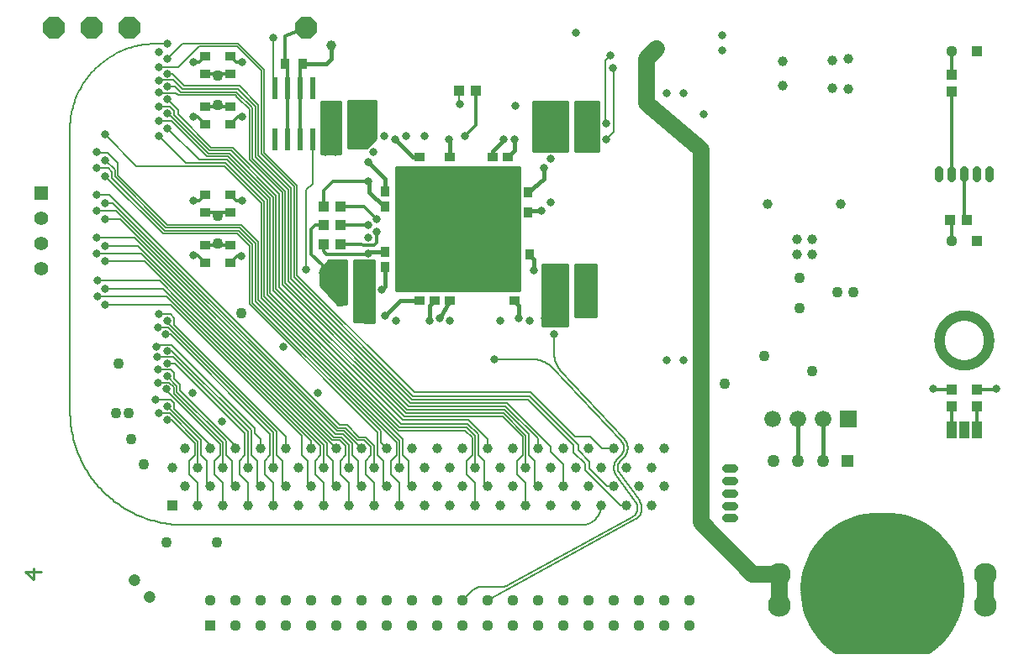
<source format=gbl>
G75*
%MOIN*%
%OFA0B0*%
%FSLAX25Y25*%
%IPPOS*%
%LPD*%
%AMOC8*
5,1,8,0,0,1.08239X$1,22.5*
%
%ADD10C,0.00900*%
%ADD11C,0.04000*%
%ADD12C,0.09055*%
%ADD13R,0.39370X0.39370*%
%ADD14C,0.00500*%
%ADD15R,0.03937X0.03543*%
%ADD16R,0.03543X0.03937*%
%ADD17R,0.05118X0.05906*%
%ADD18C,0.02775*%
%ADD19C,0.16598*%
%ADD20R,0.02362X0.08661*%
%ADD21R,0.04331X0.03937*%
%ADD22R,0.04409X0.04409*%
%ADD23C,0.04409*%
%ADD24OC8,0.08500*%
%ADD25C,0.03956*%
%ADD26R,0.03956X0.03956*%
%ADD27R,0.05512X0.05512*%
%ADD28C,0.05512*%
%ADD29C,0.04000*%
%ADD30R,0.04000X0.07000*%
%ADD31R,0.03937X0.04331*%
%ADD32C,0.03169*%
%ADD33R,0.04961X0.04961*%
%ADD34C,0.04961*%
%ADD35R,0.06600X0.06600*%
%ADD36C,0.06600*%
%ADD37C,0.01000*%
%ADD38C,0.04356*%
%ADD39C,0.03175*%
%ADD40C,0.01200*%
%ADD41C,0.03962*%
%ADD42C,0.01600*%
%ADD43C,0.04750*%
%ADD44C,0.00591*%
%ADD45C,0.06600*%
D10*
X0011482Y0117852D02*
X0011482Y0121922D01*
X0014534Y0120904D02*
X0008429Y0120904D01*
X0011482Y0117852D01*
D11*
X0370799Y0212575D02*
X0370802Y0212817D01*
X0370811Y0213058D01*
X0370826Y0213299D01*
X0370846Y0213540D01*
X0370873Y0213780D01*
X0370906Y0214019D01*
X0370944Y0214258D01*
X0370988Y0214495D01*
X0371038Y0214732D01*
X0371094Y0214967D01*
X0371156Y0215200D01*
X0371223Y0215432D01*
X0371296Y0215663D01*
X0371374Y0215891D01*
X0371459Y0216117D01*
X0371548Y0216342D01*
X0371643Y0216564D01*
X0371744Y0216783D01*
X0371850Y0217001D01*
X0371961Y0217215D01*
X0372078Y0217427D01*
X0372199Y0217635D01*
X0372326Y0217841D01*
X0372458Y0218043D01*
X0372595Y0218243D01*
X0372736Y0218438D01*
X0372882Y0218631D01*
X0373033Y0218819D01*
X0373189Y0219004D01*
X0373349Y0219185D01*
X0373513Y0219362D01*
X0373682Y0219535D01*
X0373855Y0219704D01*
X0374032Y0219868D01*
X0374213Y0220028D01*
X0374398Y0220184D01*
X0374586Y0220335D01*
X0374779Y0220481D01*
X0374974Y0220622D01*
X0375174Y0220759D01*
X0375376Y0220891D01*
X0375582Y0221018D01*
X0375790Y0221139D01*
X0376002Y0221256D01*
X0376216Y0221367D01*
X0376434Y0221473D01*
X0376653Y0221574D01*
X0376875Y0221669D01*
X0377100Y0221758D01*
X0377326Y0221843D01*
X0377554Y0221921D01*
X0377785Y0221994D01*
X0378017Y0222061D01*
X0378250Y0222123D01*
X0378485Y0222179D01*
X0378722Y0222229D01*
X0378959Y0222273D01*
X0379198Y0222311D01*
X0379437Y0222344D01*
X0379677Y0222371D01*
X0379918Y0222391D01*
X0380159Y0222406D01*
X0380400Y0222415D01*
X0380642Y0222418D01*
X0380884Y0222415D01*
X0381125Y0222406D01*
X0381366Y0222391D01*
X0381607Y0222371D01*
X0381847Y0222344D01*
X0382086Y0222311D01*
X0382325Y0222273D01*
X0382562Y0222229D01*
X0382799Y0222179D01*
X0383034Y0222123D01*
X0383267Y0222061D01*
X0383499Y0221994D01*
X0383730Y0221921D01*
X0383958Y0221843D01*
X0384184Y0221758D01*
X0384409Y0221669D01*
X0384631Y0221574D01*
X0384850Y0221473D01*
X0385068Y0221367D01*
X0385282Y0221256D01*
X0385494Y0221139D01*
X0385702Y0221018D01*
X0385908Y0220891D01*
X0386110Y0220759D01*
X0386310Y0220622D01*
X0386505Y0220481D01*
X0386698Y0220335D01*
X0386886Y0220184D01*
X0387071Y0220028D01*
X0387252Y0219868D01*
X0387429Y0219704D01*
X0387602Y0219535D01*
X0387771Y0219362D01*
X0387935Y0219185D01*
X0388095Y0219004D01*
X0388251Y0218819D01*
X0388402Y0218631D01*
X0388548Y0218438D01*
X0388689Y0218243D01*
X0388826Y0218043D01*
X0388958Y0217841D01*
X0389085Y0217635D01*
X0389206Y0217427D01*
X0389323Y0217215D01*
X0389434Y0217001D01*
X0389540Y0216783D01*
X0389641Y0216564D01*
X0389736Y0216342D01*
X0389825Y0216117D01*
X0389910Y0215891D01*
X0389988Y0215663D01*
X0390061Y0215432D01*
X0390128Y0215200D01*
X0390190Y0214967D01*
X0390246Y0214732D01*
X0390296Y0214495D01*
X0390340Y0214258D01*
X0390378Y0214019D01*
X0390411Y0213780D01*
X0390438Y0213540D01*
X0390458Y0213299D01*
X0390473Y0213058D01*
X0390482Y0212817D01*
X0390485Y0212575D01*
X0390482Y0212333D01*
X0390473Y0212092D01*
X0390458Y0211851D01*
X0390438Y0211610D01*
X0390411Y0211370D01*
X0390378Y0211131D01*
X0390340Y0210892D01*
X0390296Y0210655D01*
X0390246Y0210418D01*
X0390190Y0210183D01*
X0390128Y0209950D01*
X0390061Y0209718D01*
X0389988Y0209487D01*
X0389910Y0209259D01*
X0389825Y0209033D01*
X0389736Y0208808D01*
X0389641Y0208586D01*
X0389540Y0208367D01*
X0389434Y0208149D01*
X0389323Y0207935D01*
X0389206Y0207723D01*
X0389085Y0207515D01*
X0388958Y0207309D01*
X0388826Y0207107D01*
X0388689Y0206907D01*
X0388548Y0206712D01*
X0388402Y0206519D01*
X0388251Y0206331D01*
X0388095Y0206146D01*
X0387935Y0205965D01*
X0387771Y0205788D01*
X0387602Y0205615D01*
X0387429Y0205446D01*
X0387252Y0205282D01*
X0387071Y0205122D01*
X0386886Y0204966D01*
X0386698Y0204815D01*
X0386505Y0204669D01*
X0386310Y0204528D01*
X0386110Y0204391D01*
X0385908Y0204259D01*
X0385702Y0204132D01*
X0385494Y0204011D01*
X0385282Y0203894D01*
X0385068Y0203783D01*
X0384850Y0203677D01*
X0384631Y0203576D01*
X0384409Y0203481D01*
X0384184Y0203392D01*
X0383958Y0203307D01*
X0383730Y0203229D01*
X0383499Y0203156D01*
X0383267Y0203089D01*
X0383034Y0203027D01*
X0382799Y0202971D01*
X0382562Y0202921D01*
X0382325Y0202877D01*
X0382086Y0202839D01*
X0381847Y0202806D01*
X0381607Y0202779D01*
X0381366Y0202759D01*
X0381125Y0202744D01*
X0380884Y0202735D01*
X0380642Y0202732D01*
X0380400Y0202735D01*
X0380159Y0202744D01*
X0379918Y0202759D01*
X0379677Y0202779D01*
X0379437Y0202806D01*
X0379198Y0202839D01*
X0378959Y0202877D01*
X0378722Y0202921D01*
X0378485Y0202971D01*
X0378250Y0203027D01*
X0378017Y0203089D01*
X0377785Y0203156D01*
X0377554Y0203229D01*
X0377326Y0203307D01*
X0377100Y0203392D01*
X0376875Y0203481D01*
X0376653Y0203576D01*
X0376434Y0203677D01*
X0376216Y0203783D01*
X0376002Y0203894D01*
X0375790Y0204011D01*
X0375582Y0204132D01*
X0375376Y0204259D01*
X0375174Y0204391D01*
X0374974Y0204528D01*
X0374779Y0204669D01*
X0374586Y0204815D01*
X0374398Y0204966D01*
X0374213Y0205122D01*
X0374032Y0205282D01*
X0373855Y0205446D01*
X0373682Y0205615D01*
X0373513Y0205788D01*
X0373349Y0205965D01*
X0373189Y0206146D01*
X0373033Y0206331D01*
X0372882Y0206519D01*
X0372736Y0206712D01*
X0372595Y0206907D01*
X0372458Y0207107D01*
X0372326Y0207309D01*
X0372199Y0207515D01*
X0372078Y0207723D01*
X0371961Y0207935D01*
X0371850Y0208149D01*
X0371744Y0208367D01*
X0371643Y0208586D01*
X0371548Y0208808D01*
X0371459Y0209033D01*
X0371374Y0209259D01*
X0371296Y0209487D01*
X0371223Y0209718D01*
X0371156Y0209950D01*
X0371094Y0210183D01*
X0371038Y0210418D01*
X0370988Y0210655D01*
X0370944Y0210892D01*
X0370906Y0211131D01*
X0370873Y0211370D01*
X0370846Y0211610D01*
X0370826Y0211851D01*
X0370811Y0212092D01*
X0370802Y0212333D01*
X0370799Y0212575D01*
D12*
X0389102Y0119732D03*
X0389102Y0107528D03*
X0307213Y0107528D03*
X0307213Y0119732D03*
D13*
X0348157Y0113827D03*
D14*
X0325995Y0136026D02*
X0323579Y0133570D01*
X0321458Y0130855D01*
X0319659Y0127917D01*
X0318205Y0124793D01*
X0317116Y0121525D01*
X0316405Y0118154D01*
X0316081Y0114724D01*
X0316149Y0111280D01*
X0316608Y0107865D01*
X0317451Y0104525D01*
X0318669Y0101302D01*
X0320245Y0098238D01*
X0322158Y0095374D01*
X0324384Y0092745D01*
X0326895Y0090385D01*
X0329657Y0088327D01*
X0366657Y0088327D01*
X0369420Y0090385D01*
X0371930Y0092745D01*
X0374157Y0095374D01*
X0376070Y0098238D01*
X0377646Y0101302D01*
X0378864Y0104525D01*
X0379707Y0107865D01*
X0380166Y0111280D01*
X0380234Y0114724D01*
X0379910Y0118154D01*
X0379199Y0121525D01*
X0378110Y0124793D01*
X0376656Y0127917D01*
X0374857Y0130855D01*
X0372736Y0133570D01*
X0370320Y0136026D01*
X0367641Y0138192D01*
X0364734Y0140040D01*
X0361635Y0141545D01*
X0358385Y0142689D01*
X0355027Y0143456D01*
X0351603Y0143837D01*
X0348157Y0143827D01*
X0344712Y0143837D01*
X0341288Y0143456D01*
X0337930Y0142689D01*
X0334680Y0141545D01*
X0331581Y0140040D01*
X0328674Y0138192D01*
X0325995Y0136026D01*
X0328674Y0138192D01*
X0331581Y0140040D01*
X0334680Y0141545D01*
X0337930Y0142689D01*
X0341288Y0143456D01*
X0344712Y0143837D01*
X0348157Y0143827D01*
X0351603Y0143837D01*
X0355027Y0143456D01*
X0358385Y0142689D01*
X0361635Y0141545D01*
X0364734Y0140040D01*
X0367641Y0138192D01*
X0370320Y0136026D01*
X0372736Y0133570D01*
X0374857Y0130855D01*
X0376656Y0127917D01*
X0378110Y0124793D01*
X0379199Y0121525D01*
X0379910Y0118154D01*
X0380234Y0114724D01*
X0380166Y0111280D01*
X0379707Y0107865D01*
X0378864Y0104525D01*
X0377646Y0101302D01*
X0376070Y0098238D01*
X0374157Y0095374D01*
X0371930Y0092745D01*
X0369420Y0090385D01*
X0366657Y0088327D01*
X0329657Y0088327D01*
X0326895Y0090385D01*
X0324384Y0092745D01*
X0322158Y0095374D01*
X0320245Y0098238D01*
X0318669Y0101302D01*
X0317451Y0104525D01*
X0316608Y0107865D01*
X0316149Y0111280D01*
X0316081Y0114724D01*
X0316405Y0118154D01*
X0317116Y0121525D01*
X0318205Y0124793D01*
X0319659Y0127917D01*
X0321458Y0130855D01*
X0323579Y0133570D01*
X0325995Y0136026D01*
X0326185Y0136179D02*
X0370130Y0136179D01*
X0326185Y0136179D01*
X0325655Y0135681D02*
X0370660Y0135681D01*
X0325655Y0135681D01*
X0325165Y0135182D02*
X0371150Y0135182D01*
X0325165Y0135182D01*
X0324675Y0134684D02*
X0371640Y0134684D01*
X0324675Y0134684D01*
X0324185Y0134185D02*
X0372130Y0134185D01*
X0324185Y0134185D01*
X0323694Y0133687D02*
X0372621Y0133687D01*
X0323694Y0133687D01*
X0323281Y0133188D02*
X0373034Y0133188D01*
X0323281Y0133188D01*
X0322892Y0132690D02*
X0373423Y0132690D01*
X0322892Y0132690D01*
X0322502Y0132191D02*
X0373813Y0132191D01*
X0322502Y0132191D01*
X0322113Y0131693D02*
X0374202Y0131693D01*
X0322113Y0131693D01*
X0321723Y0131194D02*
X0374592Y0131194D01*
X0321723Y0131194D01*
X0321361Y0130696D02*
X0374954Y0130696D01*
X0321361Y0130696D01*
X0321055Y0130197D02*
X0375260Y0130197D01*
X0321055Y0130197D01*
X0320750Y0129699D02*
X0375565Y0129699D01*
X0320750Y0129699D01*
X0320445Y0129200D02*
X0375870Y0129200D01*
X0320445Y0129200D01*
X0320140Y0128702D02*
X0376175Y0128702D01*
X0320140Y0128702D01*
X0319834Y0128203D02*
X0376480Y0128203D01*
X0319834Y0128203D01*
X0319560Y0127705D02*
X0376755Y0127705D01*
X0319560Y0127705D01*
X0319328Y0127206D02*
X0376987Y0127206D01*
X0319328Y0127206D01*
X0319096Y0126708D02*
X0377219Y0126708D01*
X0319096Y0126708D01*
X0318864Y0126209D02*
X0377451Y0126209D01*
X0318864Y0126209D01*
X0318632Y0125711D02*
X0377683Y0125711D01*
X0318632Y0125711D01*
X0318400Y0125212D02*
X0377915Y0125212D01*
X0318400Y0125212D01*
X0318179Y0124714D02*
X0378136Y0124714D01*
X0318179Y0124714D01*
X0318013Y0124215D02*
X0378302Y0124215D01*
X0318013Y0124215D01*
X0317847Y0123717D02*
X0378468Y0123717D01*
X0317847Y0123717D01*
X0317680Y0123218D02*
X0378635Y0123218D01*
X0317680Y0123218D01*
X0317514Y0122720D02*
X0378801Y0122720D01*
X0317514Y0122720D01*
X0317348Y0122221D02*
X0378967Y0122221D01*
X0317348Y0122221D01*
X0317182Y0121723D02*
X0379133Y0121723D01*
X0317182Y0121723D01*
X0317052Y0121224D02*
X0379262Y0121224D01*
X0317052Y0121224D01*
X0316947Y0120726D02*
X0379368Y0120726D01*
X0316947Y0120726D01*
X0316842Y0120227D02*
X0379473Y0120227D01*
X0316842Y0120227D01*
X0316737Y0119729D02*
X0379578Y0119729D01*
X0316737Y0119729D01*
X0316632Y0119230D02*
X0379683Y0119230D01*
X0316632Y0119230D01*
X0316527Y0118731D02*
X0379788Y0118731D01*
X0316527Y0118731D01*
X0316421Y0118233D02*
X0379894Y0118233D01*
X0316421Y0118233D01*
X0316365Y0117734D02*
X0379950Y0117734D01*
X0316365Y0117734D01*
X0316318Y0117236D02*
X0379997Y0117236D01*
X0316318Y0117236D01*
X0316271Y0116737D02*
X0380044Y0116737D01*
X0316271Y0116737D01*
X0316224Y0116239D02*
X0380091Y0116239D01*
X0316224Y0116239D01*
X0316177Y0115740D02*
X0380138Y0115740D01*
X0316177Y0115740D01*
X0316130Y0115242D02*
X0380185Y0115242D01*
X0316130Y0115242D01*
X0316083Y0114743D02*
X0380232Y0114743D01*
X0316083Y0114743D01*
X0316091Y0114245D02*
X0380224Y0114245D01*
X0316091Y0114245D01*
X0316100Y0113746D02*
X0380215Y0113746D01*
X0316100Y0113746D01*
X0316110Y0113248D02*
X0380205Y0113248D01*
X0316110Y0113248D01*
X0316120Y0112749D02*
X0380195Y0112749D01*
X0316120Y0112749D01*
X0316130Y0112251D02*
X0380185Y0112251D01*
X0316130Y0112251D01*
X0316140Y0111752D02*
X0380175Y0111752D01*
X0316140Y0111752D01*
X0316152Y0111254D02*
X0380162Y0111254D01*
X0316152Y0111254D01*
X0316219Y0110755D02*
X0380095Y0110755D01*
X0316219Y0110755D01*
X0316286Y0110257D02*
X0380029Y0110257D01*
X0316286Y0110257D01*
X0316353Y0109758D02*
X0379962Y0109758D01*
X0316353Y0109758D01*
X0316420Y0109260D02*
X0379895Y0109260D01*
X0316420Y0109260D01*
X0316487Y0108761D02*
X0379828Y0108761D01*
X0316487Y0108761D01*
X0316554Y0108263D02*
X0379761Y0108263D01*
X0316554Y0108263D01*
X0316633Y0107764D02*
X0379682Y0107764D01*
X0316633Y0107764D01*
X0316759Y0107266D02*
X0379556Y0107266D01*
X0316759Y0107266D01*
X0316885Y0106767D02*
X0379430Y0106767D01*
X0316885Y0106767D01*
X0317011Y0106269D02*
X0379304Y0106269D01*
X0317011Y0106269D01*
X0317137Y0105770D02*
X0379178Y0105770D01*
X0317137Y0105770D01*
X0317263Y0105272D02*
X0379052Y0105272D01*
X0317263Y0105272D01*
X0317389Y0104773D02*
X0378926Y0104773D01*
X0317389Y0104773D01*
X0317546Y0104275D02*
X0378769Y0104275D01*
X0317546Y0104275D01*
X0317734Y0103776D02*
X0378581Y0103776D01*
X0317734Y0103776D01*
X0317923Y0103278D02*
X0378392Y0103278D01*
X0317923Y0103278D01*
X0318111Y0102779D02*
X0378204Y0102779D01*
X0318111Y0102779D01*
X0318299Y0102281D02*
X0378016Y0102281D01*
X0318299Y0102281D01*
X0318488Y0101782D02*
X0377827Y0101782D01*
X0318488Y0101782D01*
X0318678Y0101284D02*
X0377637Y0101284D01*
X0318678Y0101284D01*
X0318935Y0100785D02*
X0377380Y0100785D01*
X0318935Y0100785D01*
X0319191Y0100287D02*
X0377124Y0100287D01*
X0319191Y0100287D01*
X0319448Y0099788D02*
X0376867Y0099788D01*
X0319448Y0099788D01*
X0319704Y0099290D02*
X0376611Y0099290D01*
X0319704Y0099290D01*
X0319960Y0098791D02*
X0376355Y0098791D01*
X0319960Y0098791D01*
X0320217Y0098293D02*
X0376098Y0098293D01*
X0320217Y0098293D01*
X0320541Y0097794D02*
X0375774Y0097794D01*
X0320541Y0097794D01*
X0320874Y0097296D02*
X0375441Y0097296D01*
X0320874Y0097296D01*
X0321207Y0096797D02*
X0375108Y0096797D01*
X0321207Y0096797D01*
X0321540Y0096298D02*
X0374775Y0096298D01*
X0321540Y0096298D01*
X0321873Y0095800D02*
X0374442Y0095800D01*
X0321873Y0095800D01*
X0322219Y0095301D02*
X0374096Y0095301D01*
X0322219Y0095301D01*
X0322641Y0094803D02*
X0373674Y0094803D01*
X0322641Y0094803D01*
X0323063Y0094304D02*
X0373252Y0094304D01*
X0323063Y0094304D01*
X0323486Y0093806D02*
X0372829Y0093806D01*
X0323486Y0093806D01*
X0323908Y0093307D02*
X0372407Y0093307D01*
X0323908Y0093307D01*
X0324330Y0092809D02*
X0371985Y0092809D01*
X0324330Y0092809D01*
X0324847Y0092310D02*
X0371468Y0092310D01*
X0324847Y0092310D01*
X0325377Y0091812D02*
X0370938Y0091812D01*
X0325377Y0091812D01*
X0325908Y0091313D02*
X0370407Y0091313D01*
X0325908Y0091313D01*
X0326438Y0090815D02*
X0369877Y0090815D01*
X0326438Y0090815D01*
X0326988Y0090316D02*
X0369327Y0090316D01*
X0326988Y0090316D01*
X0327657Y0089818D02*
X0368658Y0089818D01*
X0327657Y0089818D01*
X0328326Y0089319D02*
X0367989Y0089319D01*
X0328326Y0089319D01*
X0328995Y0088821D02*
X0367320Y0088821D01*
X0328995Y0088821D01*
X0326801Y0136678D02*
X0369514Y0136678D01*
X0326801Y0136678D01*
X0327418Y0137176D02*
X0368897Y0137176D01*
X0327418Y0137176D01*
X0328034Y0137675D02*
X0368281Y0137675D01*
X0328034Y0137675D01*
X0328651Y0138173D02*
X0367664Y0138173D01*
X0328651Y0138173D01*
X0329429Y0138672D02*
X0366886Y0138672D01*
X0329429Y0138672D01*
X0330214Y0139170D02*
X0366101Y0139170D01*
X0330214Y0139170D01*
X0330998Y0139669D02*
X0365317Y0139669D01*
X0330998Y0139669D01*
X0331844Y0140167D02*
X0364470Y0140167D01*
X0331844Y0140167D01*
X0332871Y0140666D02*
X0363444Y0140666D01*
X0332871Y0140666D01*
X0333897Y0141165D02*
X0362418Y0141165D01*
X0333897Y0141165D01*
X0335015Y0141663D02*
X0361300Y0141663D01*
X0335015Y0141663D01*
X0336431Y0142162D02*
X0359884Y0142162D01*
X0336431Y0142162D01*
X0337847Y0142660D02*
X0358467Y0142660D01*
X0337847Y0142660D01*
X0339985Y0143159D02*
X0356330Y0143159D01*
X0339985Y0143159D01*
X0343093Y0143657D02*
X0353222Y0143657D01*
X0343093Y0143657D01*
D15*
X0202157Y0228283D03*
X0202157Y0235370D03*
X0176657Y0235370D03*
X0170657Y0235370D03*
X0164657Y0235370D03*
X0164657Y0228283D03*
X0170657Y0228283D03*
X0176657Y0228283D03*
X0176657Y0278283D03*
X0176657Y0285370D03*
X0164657Y0285370D03*
X0164657Y0278283D03*
X0193657Y0278283D03*
X0199657Y0278283D03*
X0199657Y0285370D03*
X0193657Y0285370D03*
X0089657Y0298283D03*
X0089657Y0305370D03*
X0079657Y0305370D03*
X0079657Y0298283D03*
X0079657Y0318283D03*
X0079657Y0325370D03*
X0089657Y0325370D03*
X0089657Y0318283D03*
X0089657Y0270370D03*
X0089657Y0263283D03*
X0079657Y0263283D03*
X0079657Y0270370D03*
X0079657Y0250370D03*
X0079657Y0243283D03*
X0089657Y0243283D03*
X0089657Y0250370D03*
D16*
X0133614Y0230827D03*
X0140701Y0230827D03*
X0151114Y0241827D03*
X0151114Y0247827D03*
X0158201Y0247827D03*
X0158201Y0241827D03*
X0158201Y0265827D03*
X0151114Y0265827D03*
X0151114Y0271827D03*
X0158201Y0271827D03*
X0138201Y0291827D03*
X0131114Y0291827D03*
X0118451Y0322327D03*
X0111364Y0322327D03*
X0200614Y0271327D03*
X0207701Y0271327D03*
X0207701Y0263327D03*
X0200614Y0263327D03*
X0201114Y0246827D03*
X0208201Y0246827D03*
X0221114Y0238327D03*
X0228201Y0238327D03*
X0228201Y0291827D03*
X0221114Y0291827D03*
D17*
X0220917Y0301827D03*
X0228398Y0301827D03*
X0228398Y0229327D03*
X0220917Y0229327D03*
X0140898Y0238827D03*
X0133417Y0238827D03*
X0130917Y0301827D03*
X0138398Y0301827D03*
D18*
X0169618Y0267102D03*
X0189618Y0267102D03*
X0189618Y0247102D03*
X0169618Y0247102D03*
D19*
X0179618Y0257102D03*
D20*
X0122407Y0292341D03*
X0117407Y0292341D03*
X0112407Y0292341D03*
X0107407Y0292341D03*
X0107407Y0312813D03*
X0112407Y0312813D03*
X0117407Y0312813D03*
X0122407Y0312813D03*
D21*
X0126561Y0265827D03*
X0133254Y0265827D03*
X0133254Y0258327D03*
X0126561Y0258327D03*
X0126561Y0250827D03*
X0133254Y0250827D03*
X0180311Y0311827D03*
X0187004Y0311827D03*
X0374811Y0260327D03*
X0381504Y0260327D03*
D22*
X0081508Y0099307D03*
X0385642Y0252181D03*
X0385642Y0327260D03*
D23*
X0375642Y0327260D03*
X0375642Y0252181D03*
X0271508Y0109307D03*
X0271508Y0099307D03*
X0261508Y0099307D03*
X0261508Y0109307D03*
X0251508Y0109307D03*
X0251508Y0099307D03*
X0241508Y0099307D03*
X0241508Y0109307D03*
X0231508Y0109307D03*
X0231508Y0099307D03*
X0221508Y0099307D03*
X0221508Y0109307D03*
X0211508Y0109307D03*
X0211508Y0099307D03*
X0201508Y0099307D03*
X0201508Y0109307D03*
X0191508Y0109307D03*
X0191508Y0099307D03*
X0181508Y0099307D03*
X0181508Y0109307D03*
X0171508Y0109307D03*
X0171508Y0099307D03*
X0161508Y0099307D03*
X0161508Y0109307D03*
X0151508Y0109307D03*
X0151508Y0099307D03*
X0141508Y0099307D03*
X0141508Y0109307D03*
X0131508Y0109307D03*
X0131508Y0099307D03*
X0121508Y0099307D03*
X0121508Y0109307D03*
X0111508Y0109307D03*
X0111508Y0099307D03*
X0101508Y0099307D03*
X0101508Y0109307D03*
X0091508Y0109307D03*
X0091508Y0099307D03*
X0081508Y0109307D03*
D24*
X0049657Y0336827D03*
X0034657Y0336827D03*
X0019657Y0336827D03*
X0119657Y0336827D03*
D25*
X0121606Y0169622D03*
X0116606Y0162122D03*
X0111606Y0154622D03*
X0106606Y0147122D03*
X0101606Y0154622D03*
X0096606Y0147122D03*
X0091606Y0154622D03*
X0086606Y0147122D03*
X0081606Y0154622D03*
X0076606Y0147122D03*
X0071606Y0154622D03*
X0066606Y0162122D03*
X0071606Y0169622D03*
X0076606Y0162122D03*
X0081606Y0169622D03*
X0086606Y0162122D03*
X0091606Y0169622D03*
X0096606Y0162122D03*
X0101606Y0169622D03*
X0106606Y0162122D03*
X0111606Y0169622D03*
X0126606Y0162122D03*
X0121606Y0154622D03*
X0116606Y0147122D03*
X0126606Y0147122D03*
X0131606Y0154622D03*
X0136606Y0147122D03*
X0141606Y0154622D03*
X0136606Y0162122D03*
X0131606Y0169622D03*
X0141606Y0169622D03*
X0146606Y0162122D03*
X0151606Y0154622D03*
X0146606Y0147122D03*
X0156606Y0147122D03*
X0161606Y0154622D03*
X0156606Y0162122D03*
X0151606Y0169622D03*
X0161606Y0169622D03*
X0166606Y0162122D03*
X0171606Y0154622D03*
X0166606Y0147122D03*
X0176606Y0147122D03*
X0181606Y0154622D03*
X0176606Y0162122D03*
X0171606Y0169622D03*
X0181606Y0169622D03*
X0186606Y0162122D03*
X0191606Y0154622D03*
X0186606Y0147122D03*
X0196606Y0147122D03*
X0201606Y0154622D03*
X0196606Y0162122D03*
X0191606Y0169622D03*
X0201606Y0169622D03*
X0206606Y0162122D03*
X0211606Y0154622D03*
X0206606Y0147122D03*
X0216606Y0147122D03*
X0221606Y0154622D03*
X0216606Y0162122D03*
X0211606Y0169622D03*
X0221606Y0169622D03*
X0226606Y0162122D03*
X0231606Y0154622D03*
X0226606Y0147122D03*
X0236606Y0147122D03*
X0241606Y0154622D03*
X0236606Y0162122D03*
X0231606Y0169622D03*
X0241606Y0169622D03*
X0246606Y0162122D03*
X0251606Y0154622D03*
X0246606Y0147122D03*
X0256606Y0147122D03*
X0261606Y0154622D03*
X0256606Y0162122D03*
X0251606Y0169622D03*
X0261606Y0169622D03*
D26*
X0066606Y0147122D03*
D27*
X0014500Y0271118D03*
D28*
X0014500Y0261118D03*
X0014500Y0251118D03*
X0014500Y0241118D03*
D29*
X0375642Y0177102D03*
X0380642Y0177102D03*
X0385642Y0177102D03*
D30*
X0385642Y0177102D03*
X0380642Y0177102D03*
X0375642Y0177102D03*
D31*
X0375657Y0186480D03*
X0375657Y0193173D03*
X0385657Y0193173D03*
X0385657Y0186480D03*
X0375657Y0311480D03*
X0375657Y0318173D03*
D32*
X0375720Y0280183D02*
X0375720Y0277014D01*
X0370799Y0277014D02*
X0370799Y0280183D01*
X0380642Y0280183D02*
X0380642Y0277014D01*
X0385563Y0277014D02*
X0385563Y0280183D01*
X0390484Y0280183D02*
X0390484Y0277014D01*
X0289470Y0161669D02*
X0286302Y0161669D01*
X0286302Y0156748D02*
X0289470Y0156748D01*
X0289470Y0151827D02*
X0286302Y0151827D01*
X0286302Y0146906D02*
X0289470Y0146906D01*
X0289470Y0141984D02*
X0286302Y0141984D01*
D33*
X0334421Y0164740D03*
D34*
X0324579Y0164740D03*
X0314736Y0164740D03*
X0304894Y0164740D03*
D35*
X0334657Y0181327D03*
D36*
X0324657Y0181327D03*
X0314657Y0181327D03*
X0304657Y0181327D03*
D37*
X0234657Y0221949D02*
X0234657Y0242752D01*
X0226157Y0242752D01*
X0226157Y0221949D01*
X0234657Y0221949D01*
X0234657Y0222624D02*
X0226157Y0222624D01*
X0226157Y0223623D02*
X0234657Y0223623D01*
X0234657Y0224621D02*
X0226157Y0224621D01*
X0226157Y0225620D02*
X0234657Y0225620D01*
X0234657Y0226618D02*
X0226157Y0226618D01*
X0226157Y0227617D02*
X0234657Y0227617D01*
X0234657Y0228615D02*
X0226157Y0228615D01*
X0226157Y0229614D02*
X0234657Y0229614D01*
X0234657Y0230612D02*
X0226157Y0230612D01*
X0226157Y0231611D02*
X0234657Y0231611D01*
X0234657Y0232609D02*
X0226157Y0232609D01*
X0226157Y0233608D02*
X0234657Y0233608D01*
X0234657Y0234606D02*
X0226157Y0234606D01*
X0226157Y0235605D02*
X0234657Y0235605D01*
X0234657Y0236603D02*
X0226157Y0236603D01*
X0226157Y0237602D02*
X0234657Y0237602D01*
X0234657Y0238600D02*
X0226157Y0238600D01*
X0226157Y0239599D02*
X0234657Y0239599D01*
X0234657Y0240598D02*
X0226157Y0240598D01*
X0226157Y0241596D02*
X0234657Y0241596D01*
X0234657Y0242595D02*
X0226157Y0242595D01*
X0223157Y0242595D02*
X0213157Y0242595D01*
X0213157Y0242752D02*
X0223157Y0242752D01*
X0223157Y0218358D01*
X0213157Y0218358D01*
X0213157Y0242752D01*
X0213157Y0241596D02*
X0223157Y0241596D01*
X0223157Y0240598D02*
X0213157Y0240598D01*
X0213157Y0239599D02*
X0223157Y0239599D01*
X0223157Y0238600D02*
X0213157Y0238600D01*
X0213157Y0237602D02*
X0223157Y0237602D01*
X0223157Y0236603D02*
X0213157Y0236603D01*
X0213157Y0235605D02*
X0223157Y0235605D01*
X0223157Y0234606D02*
X0213157Y0234606D01*
X0213157Y0233608D02*
X0223157Y0233608D01*
X0223157Y0232609D02*
X0213157Y0232609D01*
X0213157Y0231611D02*
X0223157Y0231611D01*
X0223157Y0230612D02*
X0213157Y0230612D01*
X0213157Y0229614D02*
X0223157Y0229614D01*
X0223157Y0228615D02*
X0213157Y0228615D01*
X0213157Y0227617D02*
X0223157Y0227617D01*
X0223157Y0226618D02*
X0213157Y0226618D01*
X0213157Y0225620D02*
X0223157Y0225620D01*
X0223157Y0224621D02*
X0213157Y0224621D01*
X0213157Y0223623D02*
X0223157Y0223623D01*
X0223157Y0222624D02*
X0213157Y0222624D01*
X0213157Y0221626D02*
X0223157Y0221626D01*
X0223157Y0220627D02*
X0213157Y0220627D01*
X0213157Y0219629D02*
X0223157Y0219629D01*
X0223157Y0218630D02*
X0213157Y0218630D01*
X0204157Y0232327D02*
X0155157Y0232327D01*
X0155157Y0281327D01*
X0204157Y0281327D01*
X0204157Y0232327D01*
X0204157Y0232609D02*
X0155157Y0232609D01*
X0155157Y0233608D02*
X0204157Y0233608D01*
X0204157Y0234606D02*
X0155157Y0234606D01*
X0155157Y0235605D02*
X0204157Y0235605D01*
X0204157Y0236603D02*
X0155157Y0236603D01*
X0155157Y0237602D02*
X0204157Y0237602D01*
X0204157Y0238600D02*
X0155157Y0238600D01*
X0155157Y0239599D02*
X0204157Y0239599D01*
X0204157Y0240598D02*
X0155157Y0240598D01*
X0155157Y0241596D02*
X0204157Y0241596D01*
X0204157Y0242595D02*
X0155157Y0242595D01*
X0155157Y0243593D02*
X0204157Y0243593D01*
X0204157Y0244592D02*
X0155157Y0244592D01*
X0155157Y0245590D02*
X0204157Y0245590D01*
X0204157Y0246589D02*
X0155157Y0246589D01*
X0155157Y0247587D02*
X0204157Y0247587D01*
X0204157Y0248586D02*
X0155157Y0248586D01*
X0155157Y0249584D02*
X0204157Y0249584D01*
X0204157Y0250583D02*
X0155157Y0250583D01*
X0155157Y0251581D02*
X0204157Y0251581D01*
X0204157Y0252580D02*
X0155157Y0252580D01*
X0155157Y0253578D02*
X0204157Y0253578D01*
X0204157Y0254577D02*
X0155157Y0254577D01*
X0155157Y0255575D02*
X0204157Y0255575D01*
X0204157Y0256574D02*
X0155157Y0256574D01*
X0155157Y0257572D02*
X0204157Y0257572D01*
X0204157Y0258571D02*
X0155157Y0258571D01*
X0155157Y0259569D02*
X0204157Y0259569D01*
X0204157Y0260568D02*
X0155157Y0260568D01*
X0155157Y0261566D02*
X0204157Y0261566D01*
X0204157Y0262565D02*
X0155157Y0262565D01*
X0155157Y0263563D02*
X0204157Y0263563D01*
X0204157Y0264562D02*
X0155157Y0264562D01*
X0155157Y0265560D02*
X0204157Y0265560D01*
X0204157Y0266559D02*
X0155157Y0266559D01*
X0155157Y0267557D02*
X0204157Y0267557D01*
X0204157Y0268556D02*
X0155157Y0268556D01*
X0155157Y0269554D02*
X0204157Y0269554D01*
X0204157Y0270553D02*
X0155157Y0270553D01*
X0155157Y0271551D02*
X0204157Y0271551D01*
X0204157Y0272550D02*
X0155157Y0272550D01*
X0155157Y0273548D02*
X0204157Y0273548D01*
X0204157Y0274547D02*
X0155157Y0274547D01*
X0155157Y0275545D02*
X0204157Y0275545D01*
X0204157Y0276544D02*
X0155157Y0276544D01*
X0155157Y0277542D02*
X0204157Y0277542D01*
X0204157Y0278541D02*
X0155157Y0278541D01*
X0155157Y0279539D02*
X0204157Y0279539D01*
X0204157Y0280538D02*
X0155157Y0280538D01*
X0145020Y0290523D02*
X0136157Y0290523D01*
X0136157Y0289525D02*
X0144093Y0289525D01*
X0143657Y0289055D02*
X0136157Y0289055D01*
X0136157Y0307689D01*
X0147157Y0307689D01*
X0147157Y0292827D01*
X0143657Y0289055D01*
X0145946Y0291522D02*
X0136157Y0291522D01*
X0136157Y0292520D02*
X0146873Y0292520D01*
X0147157Y0293519D02*
X0136157Y0293519D01*
X0136157Y0294517D02*
X0147157Y0294517D01*
X0147157Y0295516D02*
X0136157Y0295516D01*
X0136157Y0296514D02*
X0147157Y0296514D01*
X0147157Y0297513D02*
X0136157Y0297513D01*
X0136157Y0298511D02*
X0147157Y0298511D01*
X0147157Y0299510D02*
X0136157Y0299510D01*
X0136157Y0300508D02*
X0147157Y0300508D01*
X0147157Y0301507D02*
X0136157Y0301507D01*
X0136157Y0302505D02*
X0147157Y0302505D01*
X0147157Y0303504D02*
X0136157Y0303504D01*
X0136157Y0304502D02*
X0147157Y0304502D01*
X0147157Y0305501D02*
X0136157Y0305501D01*
X0136157Y0306499D02*
X0147157Y0306499D01*
X0147157Y0307498D02*
X0136157Y0307498D01*
X0133157Y0307492D02*
X0133157Y0286598D01*
X0125657Y0286598D01*
X0125657Y0307492D01*
X0133157Y0307492D01*
X0133157Y0306499D02*
X0125657Y0306499D01*
X0125657Y0305501D02*
X0133157Y0305501D01*
X0133157Y0304502D02*
X0125657Y0304502D01*
X0125657Y0303504D02*
X0133157Y0303504D01*
X0133157Y0302505D02*
X0125657Y0302505D01*
X0125657Y0301507D02*
X0133157Y0301507D01*
X0133157Y0300508D02*
X0125657Y0300508D01*
X0125657Y0299510D02*
X0133157Y0299510D01*
X0133157Y0298511D02*
X0125657Y0298511D01*
X0125657Y0297513D02*
X0133157Y0297513D01*
X0133157Y0296514D02*
X0125657Y0296514D01*
X0125657Y0295516D02*
X0133157Y0295516D01*
X0133157Y0294517D02*
X0125657Y0294517D01*
X0125657Y0293519D02*
X0133157Y0293519D01*
X0133157Y0292520D02*
X0125657Y0292520D01*
X0125657Y0291522D02*
X0133157Y0291522D01*
X0133157Y0290523D02*
X0125657Y0290523D01*
X0125657Y0289525D02*
X0133157Y0289525D01*
X0133157Y0288526D02*
X0125657Y0288526D01*
X0125657Y0287528D02*
X0133157Y0287528D01*
X0135657Y0244327D02*
X0128657Y0244327D01*
X0125177Y0240846D01*
X0125177Y0234307D01*
X0132157Y0226827D01*
X0135657Y0226941D01*
X0135657Y0244327D01*
X0135657Y0243593D02*
X0127924Y0243593D01*
X0126925Y0242595D02*
X0135657Y0242595D01*
X0135657Y0241596D02*
X0125927Y0241596D01*
X0125177Y0240598D02*
X0135657Y0240598D01*
X0135657Y0239599D02*
X0125177Y0239599D01*
X0125177Y0238600D02*
X0135657Y0238600D01*
X0135657Y0237602D02*
X0125177Y0237602D01*
X0125177Y0236603D02*
X0135657Y0236603D01*
X0135657Y0235605D02*
X0125177Y0235605D01*
X0125177Y0234606D02*
X0135657Y0234606D01*
X0135657Y0233608D02*
X0125830Y0233608D01*
X0126761Y0232609D02*
X0135657Y0232609D01*
X0135657Y0231611D02*
X0127693Y0231611D01*
X0128625Y0230612D02*
X0135657Y0230612D01*
X0135657Y0229614D02*
X0129557Y0229614D01*
X0130488Y0228615D02*
X0135657Y0228615D01*
X0135657Y0227617D02*
X0131420Y0227617D01*
X0138649Y0227617D02*
X0146657Y0227617D01*
X0146657Y0228615D02*
X0138650Y0228615D01*
X0138650Y0229614D02*
X0146657Y0229614D01*
X0146657Y0230612D02*
X0138651Y0230612D01*
X0138651Y0231611D02*
X0146657Y0231611D01*
X0146657Y0232609D02*
X0138652Y0232609D01*
X0138652Y0233608D02*
X0146657Y0233608D01*
X0146657Y0234606D02*
X0138653Y0234606D01*
X0138653Y0235605D02*
X0146657Y0235605D01*
X0146657Y0236603D02*
X0138654Y0236603D01*
X0138654Y0237602D02*
X0146657Y0237602D01*
X0146657Y0238600D02*
X0138655Y0238600D01*
X0138655Y0239599D02*
X0146657Y0239599D01*
X0146657Y0240598D02*
X0138656Y0240598D01*
X0138656Y0241596D02*
X0146657Y0241596D01*
X0146657Y0242595D02*
X0138657Y0242595D01*
X0138657Y0243593D02*
X0146657Y0243593D01*
X0146657Y0244327D02*
X0146657Y0219886D01*
X0138646Y0220004D01*
X0138657Y0244327D01*
X0146657Y0244327D01*
X0146657Y0226618D02*
X0138649Y0226618D01*
X0138648Y0225620D02*
X0146657Y0225620D01*
X0146657Y0224621D02*
X0138648Y0224621D01*
X0138647Y0223623D02*
X0146657Y0223623D01*
X0146657Y0222624D02*
X0138647Y0222624D01*
X0138646Y0221626D02*
X0146657Y0221626D01*
X0146657Y0220627D02*
X0138646Y0220627D01*
X0209646Y0287827D02*
X0223157Y0287827D01*
X0223157Y0307327D01*
X0209646Y0307327D01*
X0209646Y0287827D01*
X0209646Y0288526D02*
X0223157Y0288526D01*
X0223157Y0289525D02*
X0209646Y0289525D01*
X0209646Y0290523D02*
X0223157Y0290523D01*
X0223157Y0291522D02*
X0209646Y0291522D01*
X0209646Y0292520D02*
X0223157Y0292520D01*
X0223157Y0293519D02*
X0209646Y0293519D01*
X0209646Y0294517D02*
X0223157Y0294517D01*
X0223157Y0295516D02*
X0209646Y0295516D01*
X0209646Y0296514D02*
X0223157Y0296514D01*
X0223157Y0297513D02*
X0209646Y0297513D01*
X0209646Y0298511D02*
X0223157Y0298511D01*
X0223157Y0299510D02*
X0209646Y0299510D01*
X0209646Y0300508D02*
X0223157Y0300508D01*
X0223157Y0301507D02*
X0209646Y0301507D01*
X0209646Y0302505D02*
X0223157Y0302505D01*
X0223157Y0303504D02*
X0209646Y0303504D01*
X0209646Y0304502D02*
X0223157Y0304502D01*
X0223157Y0305501D02*
X0209646Y0305501D01*
X0209646Y0306499D02*
X0223157Y0306499D01*
X0226157Y0306499D02*
X0235642Y0306499D01*
X0235642Y0307327D02*
X0235642Y0287827D01*
X0226157Y0287827D01*
X0226157Y0307327D01*
X0235642Y0307327D01*
X0235642Y0305501D02*
X0226157Y0305501D01*
X0226157Y0304502D02*
X0235642Y0304502D01*
X0235642Y0303504D02*
X0226157Y0303504D01*
X0226157Y0302505D02*
X0235642Y0302505D01*
X0235642Y0301507D02*
X0226157Y0301507D01*
X0226157Y0300508D02*
X0235642Y0300508D01*
X0235642Y0299510D02*
X0226157Y0299510D01*
X0226157Y0298511D02*
X0235642Y0298511D01*
X0235642Y0297513D02*
X0226157Y0297513D01*
X0226157Y0296514D02*
X0235642Y0296514D01*
X0235642Y0295516D02*
X0226157Y0295516D01*
X0226157Y0294517D02*
X0235642Y0294517D01*
X0235642Y0293519D02*
X0226157Y0293519D01*
X0226157Y0292520D02*
X0235642Y0292520D01*
X0235642Y0291522D02*
X0226157Y0291522D01*
X0226157Y0290523D02*
X0235642Y0290523D01*
X0235642Y0289525D02*
X0226157Y0289525D01*
X0226157Y0288526D02*
X0235642Y0288526D01*
X0014657Y0240961D02*
X0014500Y0241118D01*
D38*
X0045157Y0203327D03*
X0044157Y0183827D03*
X0049157Y0183827D03*
X0050157Y0173327D03*
X0055157Y0163327D03*
X0064445Y0132543D03*
X0084445Y0132543D03*
X0093909Y0223362D03*
X0084657Y0251236D03*
X0084657Y0262220D03*
X0084657Y0306039D03*
X0084657Y0317614D03*
X0285657Y0195327D03*
X0301157Y0206327D03*
X0320157Y0200327D03*
X0315157Y0225327D03*
X0330157Y0231827D03*
X0336657Y0231827D03*
X0315157Y0237327D03*
X0348157Y0113827D03*
D39*
X0368157Y0193327D03*
X0393157Y0193327D03*
X0269157Y0204827D03*
X0262748Y0204744D03*
X0221748Y0219744D03*
X0214295Y0221472D03*
X0208157Y0220327D03*
X0204028Y0221472D03*
X0196657Y0220327D03*
X0194264Y0205114D03*
X0176657Y0220327D03*
X0172622Y0221472D03*
X0168685Y0220472D03*
X0155157Y0220327D03*
X0151059Y0222472D03*
X0145744Y0220972D03*
X0145291Y0226244D03*
X0149697Y0232693D03*
X0144382Y0247047D03*
X0144157Y0253327D03*
X0147657Y0255827D03*
X0144157Y0258327D03*
X0147657Y0260827D03*
X0144382Y0275803D03*
X0144382Y0283480D03*
X0146157Y0287327D03*
X0143157Y0290827D03*
X0146157Y0293827D03*
X0150657Y0293827D03*
X0155012Y0292339D03*
X0159157Y0293827D03*
X0166657Y0293827D03*
X0176272Y0292339D03*
X0182657Y0293827D03*
X0180657Y0306327D03*
X0198122Y0292339D03*
X0202256Y0292339D03*
X0210878Y0294031D03*
X0216469Y0289031D03*
X0216657Y0284827D03*
X0214067Y0281209D03*
X0216657Y0267327D03*
X0213067Y0263992D03*
X0233157Y0241327D03*
X0210130Y0240370D03*
X0218004Y0214917D03*
X0131157Y0287327D03*
X0127157Y0287327D03*
X0094224Y0301394D03*
X0075130Y0301394D03*
X0064500Y0302732D03*
X0061350Y0305488D03*
X0064500Y0308244D03*
X0061350Y0311000D03*
X0064500Y0313362D03*
X0061350Y0315724D03*
X0064500Y0318480D03*
X0061350Y0321236D03*
X0064500Y0324386D03*
X0061350Y0327142D03*
X0064500Y0330291D03*
X0075130Y0323047D03*
X0094224Y0323047D03*
X0106657Y0332827D03*
X0064500Y0296827D03*
X0061350Y0299583D03*
X0061350Y0293677D03*
X0039894Y0294268D03*
X0036744Y0287339D03*
X0039894Y0284189D03*
X0036744Y0281039D03*
X0039894Y0277890D03*
X0036783Y0270252D03*
X0039933Y0267102D03*
X0036783Y0263953D03*
X0039933Y0260803D03*
X0036783Y0253362D03*
X0039933Y0250213D03*
X0036783Y0247063D03*
X0039933Y0243913D03*
X0036823Y0236276D03*
X0039972Y0233126D03*
X0036823Y0229976D03*
X0039972Y0226827D03*
X0061350Y0223047D03*
X0064500Y0220291D03*
X0060957Y0217732D03*
X0064106Y0214976D03*
X0060169Y0210055D03*
X0060563Y0205921D03*
X0064500Y0203559D03*
X0060957Y0201000D03*
X0064500Y0198441D03*
X0060957Y0195882D03*
X0064303Y0193323D03*
X0059972Y0189189D03*
X0064500Y0186433D03*
X0061350Y0183677D03*
X0064500Y0180921D03*
X0074748Y0191843D03*
X0086323Y0180465D03*
X0064500Y0208283D03*
X0075130Y0246276D03*
X0094028Y0246079D03*
X0094224Y0267929D03*
X0075130Y0267929D03*
X0119657Y0240827D03*
X0126157Y0239327D03*
X0127157Y0235327D03*
X0110476Y0209957D03*
X0124146Y0191591D03*
X0233657Y0291327D03*
X0238657Y0292327D03*
X0238657Y0298827D03*
X0234657Y0301827D03*
X0241157Y0320827D03*
X0240157Y0325827D03*
X0226657Y0334827D03*
X0202657Y0305827D03*
X0262657Y0310827D03*
X0269248Y0310744D03*
X0277157Y0302327D03*
X0284748Y0327744D03*
X0284657Y0333827D03*
D40*
X0193657Y0285827D02*
X0193657Y0285370D01*
X0182657Y0293827D02*
X0187004Y0298173D01*
X0187004Y0311827D01*
X0144657Y0275528D02*
X0144382Y0275803D01*
X0144358Y0275827D01*
X0130157Y0275827D01*
X0126561Y0272230D01*
X0126561Y0265827D01*
X0133254Y0265827D02*
X0142657Y0265827D01*
X0147657Y0260827D01*
X0144157Y0258327D02*
X0133254Y0258327D01*
X0126561Y0258327D02*
X0123157Y0258327D01*
X0121657Y0256827D01*
X0121657Y0246827D01*
X0126157Y0242327D01*
X0126157Y0239327D01*
X0127657Y0246827D02*
X0144161Y0246827D01*
X0144382Y0247047D01*
X0142157Y0250327D02*
X0146657Y0250327D01*
X0147657Y0251327D01*
X0147657Y0255827D01*
X0142157Y0250327D02*
X0141657Y0250827D01*
X0133254Y0250827D01*
X0126561Y0250827D02*
X0126561Y0247923D01*
X0127657Y0246827D01*
X0150657Y0265827D02*
X0151114Y0265827D01*
X0117407Y0292341D02*
X0117407Y0312813D01*
X0117407Y0321283D01*
X0118451Y0322327D01*
X0112407Y0321283D02*
X0111364Y0322327D01*
X0111364Y0333533D01*
X0119657Y0336827D01*
X0112407Y0321283D02*
X0112407Y0312813D01*
X0112407Y0292341D01*
X0094224Y0301394D02*
X0092768Y0301394D01*
X0089657Y0298283D01*
X0089657Y0305370D02*
X0085327Y0305370D01*
X0084657Y0306039D01*
X0083988Y0305370D01*
X0079657Y0305370D01*
X0076547Y0301394D02*
X0075130Y0301394D01*
X0076547Y0301394D02*
X0079657Y0298283D01*
X0084657Y0317614D02*
X0083988Y0318283D01*
X0079657Y0318283D01*
X0077335Y0323047D02*
X0075130Y0323047D01*
X0077335Y0323047D02*
X0079657Y0325370D01*
X0085327Y0318283D02*
X0084657Y0317614D01*
X0085327Y0318283D02*
X0089657Y0318283D01*
X0091980Y0323047D02*
X0094224Y0323047D01*
X0091980Y0323047D02*
X0089657Y0325370D01*
X0089657Y0270370D02*
X0092098Y0267929D01*
X0094224Y0267929D01*
X0089657Y0263283D02*
X0085720Y0263283D01*
X0084657Y0262220D01*
X0083594Y0263283D01*
X0079657Y0263283D01*
X0077217Y0267929D02*
X0075130Y0267929D01*
X0077217Y0267929D02*
X0079657Y0270370D01*
X0084657Y0251236D02*
X0083791Y0250370D01*
X0079657Y0250370D01*
X0076665Y0246276D02*
X0075130Y0246276D01*
X0076665Y0246276D02*
X0079657Y0243283D01*
X0085524Y0250370D02*
X0084657Y0251236D01*
X0085524Y0250370D02*
X0089657Y0250370D01*
X0092453Y0246079D02*
X0094028Y0246079D01*
X0092453Y0246079D02*
X0089657Y0243283D01*
X0368157Y0193327D02*
X0369504Y0193173D01*
X0375657Y0193173D01*
X0375657Y0186480D02*
X0375657Y0177118D01*
X0375642Y0177102D01*
X0385642Y0177102D02*
X0385657Y0177118D01*
X0385657Y0186480D01*
X0385657Y0193173D02*
X0391311Y0193173D01*
X0393157Y0193327D01*
X0375642Y0252181D02*
X0375642Y0259496D01*
X0374811Y0260327D01*
X0380642Y0261189D02*
X0381504Y0260327D01*
X0380642Y0261189D02*
X0380642Y0278598D01*
X0375720Y0278598D02*
X0375657Y0278661D01*
X0375657Y0311480D01*
X0375657Y0318173D02*
X0375657Y0327244D01*
X0375642Y0327260D01*
D41*
X0334657Y0324327D03*
X0328157Y0323827D03*
X0328157Y0312827D03*
X0334657Y0312327D03*
X0308657Y0313827D03*
X0308657Y0323327D03*
X0258657Y0328327D03*
X0302657Y0266827D03*
X0314157Y0252827D03*
X0314157Y0246827D03*
X0320157Y0246827D03*
X0320157Y0252827D03*
X0331657Y0266827D03*
X0129657Y0329827D03*
D42*
X0129657Y0324327D01*
X0127657Y0322327D01*
X0118451Y0322327D01*
X0155012Y0292339D02*
X0161980Y0285370D01*
X0164657Y0285370D01*
X0176657Y0285370D02*
X0176657Y0291953D01*
X0176272Y0292339D01*
X0193657Y0287827D02*
X0198169Y0292339D01*
X0198122Y0292339D01*
X0202256Y0292339D02*
X0202256Y0287969D01*
X0199657Y0285370D01*
X0193657Y0285827D02*
X0193657Y0287827D01*
X0207701Y0271327D02*
X0214067Y0276693D01*
X0214067Y0281209D01*
X0213067Y0263992D02*
X0208366Y0263992D01*
X0207701Y0263327D01*
X0208201Y0246827D02*
X0210130Y0244898D01*
X0210130Y0240370D01*
X0202157Y0228283D02*
X0204028Y0226413D01*
X0204028Y0221472D01*
X0176657Y0228283D02*
X0175346Y0225972D01*
X0172622Y0221472D01*
X0168685Y0220472D02*
X0168685Y0226311D01*
X0170657Y0228283D01*
X0164657Y0228283D02*
X0156870Y0228283D01*
X0151059Y0222472D01*
X0149697Y0232693D02*
X0151114Y0234110D01*
X0151114Y0241827D01*
X0151114Y0247827D02*
X0144661Y0247827D01*
X0144382Y0247047D01*
X0150657Y0265827D02*
X0144657Y0271327D01*
X0144657Y0275528D01*
X0151114Y0276748D02*
X0144382Y0283480D01*
X0151114Y0276748D02*
X0151114Y0271827D01*
X0314657Y0181327D02*
X0314657Y0164819D01*
X0314736Y0164740D01*
X0324579Y0164740D02*
X0324657Y0164819D01*
X0324657Y0181327D01*
D43*
X0057657Y0110827D03*
X0051657Y0117327D03*
D44*
X0071094Y0139327D02*
X0228811Y0139327D01*
X0228999Y0139329D01*
X0229188Y0139336D01*
X0229376Y0139347D01*
X0229563Y0139363D01*
X0229751Y0139384D01*
X0229937Y0139409D01*
X0230123Y0139438D01*
X0230309Y0139472D01*
X0230493Y0139511D01*
X0230676Y0139554D01*
X0230859Y0139601D01*
X0231040Y0139652D01*
X0231220Y0139709D01*
X0231398Y0139769D01*
X0231575Y0139834D01*
X0231750Y0139902D01*
X0231924Y0139976D01*
X0232096Y0140053D01*
X0232266Y0140134D01*
X0232434Y0140220D01*
X0232599Y0140309D01*
X0232763Y0140403D01*
X0232924Y0140500D01*
X0233083Y0140602D01*
X0233239Y0140707D01*
X0233393Y0140816D01*
X0233544Y0140928D01*
X0233692Y0141044D01*
X0233838Y0141164D01*
X0233980Y0141287D01*
X0234120Y0141414D01*
X0234256Y0141544D01*
X0234389Y0141677D01*
X0234519Y0141813D01*
X0234646Y0141953D01*
X0234769Y0142095D01*
X0234889Y0142241D01*
X0235005Y0142389D01*
X0235117Y0142540D01*
X0235226Y0142694D01*
X0235331Y0142850D01*
X0235433Y0143009D01*
X0235530Y0143170D01*
X0235624Y0143334D01*
X0235713Y0143499D01*
X0235799Y0143667D01*
X0235880Y0143837D01*
X0235957Y0144009D01*
X0236031Y0144183D01*
X0236099Y0144358D01*
X0236164Y0144535D01*
X0236224Y0144713D01*
X0236281Y0144893D01*
X0236332Y0145074D01*
X0236379Y0145257D01*
X0236422Y0145440D01*
X0236461Y0145624D01*
X0236495Y0145810D01*
X0236524Y0145996D01*
X0236549Y0146182D01*
X0236570Y0146370D01*
X0236586Y0146557D01*
X0236597Y0146745D01*
X0236604Y0146934D01*
X0236606Y0147122D01*
X0244165Y0147122D02*
X0230248Y0161039D01*
X0230248Y0163598D01*
X0225720Y0168126D01*
X0225720Y0171138D01*
X0207669Y0189189D01*
X0161508Y0189189D01*
X0113713Y0236984D01*
X0113713Y0273047D01*
X0100720Y0286039D01*
X0100720Y0306118D01*
X0093240Y0313598D01*
X0071390Y0313598D01*
X0066508Y0318480D01*
X0064500Y0318480D01*
X0067059Y0315961D02*
X0061587Y0315961D01*
X0061350Y0315724D01*
X0064500Y0313362D02*
X0067689Y0313362D01*
X0069815Y0311236D01*
X0092059Y0311236D01*
X0098358Y0304937D01*
X0098358Y0284858D01*
X0111350Y0271866D01*
X0111350Y0235409D01*
X0160327Y0186433D01*
X0198752Y0186433D01*
X0211606Y0173579D01*
X0211606Y0169622D01*
X0207886Y0167142D02*
X0207886Y0175488D01*
X0199972Y0183402D01*
X0198319Y0185055D01*
X0159736Y0185055D01*
X0110169Y0234622D01*
X0110169Y0271276D01*
X0097157Y0284287D01*
X0097157Y0304327D01*
X0092256Y0309228D01*
X0091567Y0309917D01*
X0069067Y0309917D01*
X0068969Y0309917D01*
X0068043Y0310843D01*
X0061508Y0310843D01*
X0061350Y0311000D01*
X0064500Y0308244D02*
X0068791Y0304346D01*
X0068831Y0304346D01*
X0068831Y0302378D01*
X0082020Y0289189D01*
X0090484Y0289189D01*
X0108988Y0270685D01*
X0108988Y0270488D01*
X0108988Y0233835D01*
X0159146Y0183677D01*
X0159343Y0183677D01*
X0197925Y0183677D01*
X0206705Y0174898D01*
X0206705Y0162417D01*
X0206606Y0162319D01*
X0206606Y0162122D01*
X0203161Y0159465D02*
X0203161Y0164780D01*
X0205524Y0167142D01*
X0205524Y0174307D01*
X0197531Y0182299D01*
X0158555Y0182299D01*
X0107807Y0233047D01*
X0107807Y0269898D01*
X0107807Y0270094D01*
X0089894Y0288008D01*
X0081429Y0288008D01*
X0067453Y0301984D01*
X0067453Y0303756D01*
X0065720Y0305488D01*
X0061350Y0305488D01*
X0064500Y0302732D02*
X0064933Y0302732D01*
X0080839Y0286827D01*
X0089303Y0286827D01*
X0106626Y0269504D01*
X0106626Y0232260D01*
X0157965Y0180921D01*
X0184067Y0180921D01*
X0191606Y0173382D01*
X0191606Y0169622D01*
X0187886Y0167142D02*
X0187886Y0175291D01*
X0183634Y0179543D01*
X0157374Y0179543D01*
X0105445Y0231472D01*
X0105445Y0268913D01*
X0088713Y0285646D01*
X0080248Y0285646D01*
X0066311Y0299583D01*
X0061350Y0299583D01*
X0058122Y0330291D02*
X0057302Y0330234D01*
X0056482Y0330156D01*
X0055665Y0330059D01*
X0054851Y0329942D01*
X0054039Y0329806D01*
X0053231Y0329650D01*
X0052427Y0329474D01*
X0051628Y0329280D01*
X0050833Y0329065D01*
X0050044Y0328832D01*
X0049261Y0328580D01*
X0048484Y0328309D01*
X0047713Y0328019D01*
X0046951Y0327711D01*
X0046195Y0327384D01*
X0045448Y0327039D01*
X0044709Y0326676D01*
X0043980Y0326296D01*
X0043260Y0325898D01*
X0042549Y0325482D01*
X0041849Y0325050D01*
X0041160Y0324601D01*
X0040481Y0324135D01*
X0039814Y0323653D01*
X0039159Y0323155D01*
X0038516Y0322641D01*
X0037886Y0322112D01*
X0037268Y0321568D01*
X0036664Y0321009D01*
X0036074Y0320436D01*
X0035498Y0319849D01*
X0034936Y0319248D01*
X0034388Y0318633D01*
X0033856Y0318005D01*
X0033339Y0317365D01*
X0032838Y0316713D01*
X0032352Y0316048D01*
X0031883Y0315372D01*
X0031431Y0314685D01*
X0030995Y0313987D01*
X0030576Y0313279D01*
X0030174Y0312561D01*
X0029789Y0311833D01*
X0029423Y0311096D01*
X0029074Y0310351D01*
X0028744Y0309597D01*
X0028431Y0308836D01*
X0028138Y0308067D01*
X0027862Y0307292D01*
X0027606Y0306510D01*
X0027369Y0305722D01*
X0027151Y0304928D01*
X0026952Y0304130D01*
X0026772Y0303327D01*
X0026612Y0302519D01*
X0026471Y0301709D01*
X0026350Y0300895D01*
X0026249Y0300078D01*
X0026167Y0299259D01*
X0026106Y0298439D01*
X0026064Y0297617D01*
X0026042Y0296794D01*
X0026040Y0295971D01*
X0026057Y0295149D01*
X0026095Y0294326D01*
X0026094Y0294327D02*
X0026094Y0184327D01*
X0059972Y0189189D02*
X0065878Y0189189D01*
X0067256Y0187811D01*
X0067256Y0185449D01*
X0081606Y0171098D01*
X0081606Y0169622D01*
X0085524Y0171472D02*
X0085524Y0167142D01*
X0083161Y0164780D01*
X0083161Y0159465D01*
X0086606Y0156020D01*
X0086606Y0147122D01*
X0081606Y0154563D02*
X0080248Y0155921D01*
X0080248Y0164780D01*
X0077886Y0167142D01*
X0077886Y0173047D01*
X0064500Y0186433D01*
X0065484Y0183677D02*
X0061350Y0183677D01*
X0065484Y0183677D02*
X0076705Y0172457D01*
X0076705Y0162417D01*
X0076606Y0162319D01*
X0076606Y0162122D01*
X0073161Y0159465D02*
X0073161Y0164780D01*
X0075524Y0167142D01*
X0075524Y0171866D01*
X0066469Y0180921D01*
X0064500Y0180921D01*
X0026094Y0184327D02*
X0026107Y0183240D01*
X0026147Y0182153D01*
X0026212Y0181067D01*
X0026304Y0179984D01*
X0026422Y0178903D01*
X0026566Y0177825D01*
X0026736Y0176751D01*
X0026932Y0175681D01*
X0027154Y0174617D01*
X0027402Y0173558D01*
X0027675Y0172505D01*
X0027973Y0171459D01*
X0028296Y0170421D01*
X0028645Y0169391D01*
X0029018Y0168370D01*
X0029416Y0167358D01*
X0029838Y0166356D01*
X0030285Y0165364D01*
X0030755Y0164383D01*
X0031248Y0163414D01*
X0031765Y0162458D01*
X0032305Y0161514D01*
X0032868Y0160583D01*
X0033453Y0159666D01*
X0034060Y0158764D01*
X0034688Y0157877D01*
X0035338Y0157005D01*
X0036009Y0156149D01*
X0036700Y0155309D01*
X0037411Y0154486D01*
X0038142Y0153681D01*
X0038892Y0152894D01*
X0039661Y0152125D01*
X0040448Y0151375D01*
X0041253Y0150644D01*
X0042076Y0149933D01*
X0042916Y0149242D01*
X0043772Y0148571D01*
X0044644Y0147921D01*
X0045531Y0147293D01*
X0046433Y0146686D01*
X0047350Y0146101D01*
X0048281Y0145538D01*
X0049225Y0144998D01*
X0050181Y0144481D01*
X0051150Y0143988D01*
X0052131Y0143518D01*
X0053123Y0143071D01*
X0054125Y0142649D01*
X0055137Y0142251D01*
X0056158Y0141878D01*
X0057188Y0141529D01*
X0058226Y0141206D01*
X0059272Y0140908D01*
X0060325Y0140635D01*
X0061384Y0140387D01*
X0062448Y0140165D01*
X0063518Y0139969D01*
X0064592Y0139799D01*
X0065670Y0139655D01*
X0066751Y0139537D01*
X0067834Y0139445D01*
X0068920Y0139380D01*
X0070007Y0139340D01*
X0071094Y0139327D01*
X0076606Y0147122D02*
X0076606Y0156020D01*
X0073161Y0159465D01*
X0081606Y0154622D02*
X0081606Y0154563D01*
X0090248Y0155921D02*
X0090248Y0164780D01*
X0087886Y0167142D01*
X0087886Y0172654D01*
X0068437Y0192102D01*
X0068437Y0194504D01*
X0064500Y0198441D01*
X0065287Y0195882D02*
X0060957Y0195882D01*
X0064303Y0193323D02*
X0064264Y0192732D01*
X0085524Y0171472D01*
X0086705Y0172063D02*
X0067256Y0191512D01*
X0067256Y0193913D01*
X0065287Y0195882D01*
X0067256Y0197457D02*
X0069618Y0195094D01*
X0069618Y0192732D01*
X0091606Y0170744D01*
X0091606Y0169622D01*
X0095327Y0166945D02*
X0095327Y0175622D01*
X0067587Y0203362D01*
X0064500Y0203559D01*
X0066075Y0201000D02*
X0067256Y0199819D01*
X0067256Y0197457D01*
X0066075Y0201000D02*
X0060957Y0201000D01*
X0060563Y0205921D02*
X0066996Y0205921D01*
X0096606Y0176311D01*
X0096606Y0162122D01*
X0096606Y0162319D01*
X0093161Y0164780D02*
X0093161Y0159465D01*
X0096606Y0156020D01*
X0096606Y0147122D01*
X0091606Y0154563D02*
X0090248Y0155921D01*
X0091606Y0154622D02*
X0091606Y0154563D01*
X0100248Y0155921D02*
X0100248Y0164780D01*
X0097886Y0167142D01*
X0097886Y0177000D01*
X0066406Y0208480D01*
X0064500Y0208283D01*
X0066406Y0210646D02*
X0099146Y0177709D01*
X0099146Y0175803D01*
X0101606Y0173343D01*
X0101606Y0169622D01*
X0105327Y0166945D02*
X0103161Y0164780D01*
X0103161Y0159465D01*
X0106606Y0156020D01*
X0106606Y0147122D01*
X0101606Y0154563D02*
X0100248Y0155921D01*
X0101606Y0154622D02*
X0101606Y0154563D01*
X0110248Y0155921D02*
X0110248Y0164780D01*
X0107886Y0167142D01*
X0107886Y0176512D01*
X0064500Y0219898D01*
X0064500Y0220291D01*
X0064894Y0217732D02*
X0060957Y0217732D01*
X0064894Y0217732D02*
X0106606Y0176020D01*
X0106606Y0162122D01*
X0105327Y0166945D02*
X0105327Y0175528D01*
X0065878Y0214976D01*
X0064106Y0214976D01*
X0066406Y0210646D02*
X0060760Y0210646D01*
X0060169Y0210055D01*
X0067453Y0218717D02*
X0111606Y0174563D01*
X0111606Y0169622D01*
X0117886Y0167142D02*
X0117886Y0174780D01*
X0067650Y0225016D01*
X0066626Y0226039D01*
X0065839Y0226827D01*
X0039972Y0226827D01*
X0036823Y0229976D02*
X0064382Y0229976D01*
X0066980Y0227378D01*
X0068161Y0226197D01*
X0121606Y0172752D01*
X0121606Y0171827D01*
X0121606Y0169622D01*
X0125327Y0170685D02*
X0125327Y0166945D01*
X0123161Y0164780D01*
X0123161Y0159465D01*
X0126606Y0156020D01*
X0126606Y0147122D01*
X0121606Y0154563D02*
X0120248Y0155921D01*
X0120248Y0164780D01*
X0117886Y0167142D01*
X0125327Y0170685D02*
X0068634Y0227378D01*
X0062886Y0233126D01*
X0039972Y0233126D01*
X0036823Y0236276D02*
X0061508Y0236276D01*
X0069224Y0228559D01*
X0126606Y0171177D01*
X0126606Y0162122D01*
X0130248Y0164780D02*
X0127886Y0167142D01*
X0127886Y0171669D01*
X0055642Y0243913D01*
X0039933Y0243913D01*
X0036783Y0247063D02*
X0054264Y0247063D01*
X0131606Y0169720D01*
X0131606Y0169622D01*
X0133004Y0173047D02*
X0130051Y0173047D01*
X0052886Y0250213D01*
X0039933Y0250213D01*
X0036783Y0253362D02*
X0051508Y0253362D01*
X0130642Y0174228D01*
X0133594Y0174228D01*
X0136606Y0171217D01*
X0136606Y0162122D01*
X0133161Y0159465D02*
X0133161Y0164780D01*
X0135327Y0166945D01*
X0135327Y0170724D01*
X0133004Y0173047D01*
X0134185Y0175409D02*
X0137886Y0171709D01*
X0137886Y0167142D01*
X0140248Y0164780D01*
X0140248Y0155921D01*
X0141606Y0154563D01*
X0141606Y0154622D01*
X0143161Y0159465D02*
X0143161Y0164780D01*
X0145327Y0166945D01*
X0145327Y0170370D01*
X0142650Y0173047D01*
X0140091Y0173047D01*
X0135366Y0177772D01*
X0132413Y0177772D01*
X0043083Y0267102D01*
X0039933Y0267102D01*
X0041705Y0270252D02*
X0036783Y0270252D01*
X0041705Y0270252D02*
X0133004Y0178953D01*
X0135957Y0178953D01*
X0140681Y0174228D01*
X0143240Y0174228D01*
X0146606Y0170862D01*
X0146606Y0162122D01*
X0143161Y0159465D02*
X0146606Y0156020D01*
X0146606Y0147122D01*
X0151606Y0154563D02*
X0150248Y0155921D01*
X0150248Y0164780D01*
X0147886Y0167142D01*
X0147886Y0176236D01*
X0097157Y0226965D01*
X0097157Y0250035D01*
X0092256Y0254937D01*
X0062846Y0254937D01*
X0039894Y0277890D01*
X0042650Y0276984D02*
X0042650Y0279543D01*
X0041272Y0280921D01*
X0036862Y0280921D01*
X0036744Y0281039D01*
X0039894Y0284189D02*
X0043831Y0280252D01*
X0043831Y0277575D01*
X0064106Y0257299D01*
X0093437Y0257299D01*
X0099539Y0251197D01*
X0099539Y0228126D01*
X0155524Y0172142D01*
X0155524Y0167142D01*
X0153161Y0164780D01*
X0153161Y0159465D01*
X0156606Y0156020D01*
X0156606Y0147122D01*
X0151606Y0154563D02*
X0151606Y0154622D01*
X0160248Y0155921D02*
X0160248Y0164780D01*
X0157886Y0167142D01*
X0157886Y0173323D01*
X0101902Y0229307D01*
X0101902Y0267083D01*
X0087157Y0281827D01*
X0052335Y0281827D01*
X0039894Y0294268D01*
X0040878Y0287220D02*
X0036862Y0287220D01*
X0036744Y0287339D01*
X0040878Y0287220D02*
X0045012Y0283087D01*
X0045012Y0278165D01*
X0064697Y0258480D01*
X0094028Y0258480D01*
X0100720Y0251787D01*
X0100720Y0228717D01*
X0156705Y0172732D01*
X0156705Y0162417D01*
X0156606Y0162319D01*
X0156606Y0162122D01*
X0160248Y0155921D02*
X0161606Y0154563D01*
X0161606Y0154622D01*
X0151606Y0169622D02*
X0149185Y0172043D01*
X0149185Y0176709D01*
X0098358Y0227535D01*
X0098358Y0250606D01*
X0092846Y0256118D01*
X0063516Y0256118D01*
X0042650Y0276984D01*
X0044461Y0263953D02*
X0036783Y0263953D01*
X0039933Y0260803D02*
X0045839Y0260803D01*
X0131232Y0175409D01*
X0134185Y0175409D01*
X0134776Y0176591D02*
X0131823Y0176591D01*
X0044461Y0263953D01*
X0071941Y0283087D02*
X0061350Y0293677D01*
X0064500Y0296827D02*
X0064657Y0296827D01*
X0077157Y0284327D01*
X0088260Y0284327D01*
X0104264Y0268323D01*
X0104264Y0230685D01*
X0156783Y0178165D01*
X0183240Y0178165D01*
X0186705Y0174701D01*
X0186705Y0162417D01*
X0186606Y0162319D01*
X0186606Y0162122D01*
X0183161Y0159465D02*
X0183161Y0164780D01*
X0185524Y0167142D01*
X0185524Y0174110D01*
X0182807Y0176827D01*
X0156232Y0176827D01*
X0103063Y0229996D01*
X0103063Y0267752D01*
X0087728Y0283087D01*
X0071941Y0283087D01*
X0099539Y0285449D02*
X0099539Y0305528D01*
X0092650Y0312417D01*
X0070602Y0312417D01*
X0067059Y0315961D01*
X0069067Y0321236D02*
X0061350Y0321236D01*
X0064500Y0324386D02*
X0070642Y0330528D01*
X0092650Y0330528D01*
X0103083Y0320094D01*
X0103083Y0287220D01*
X0116075Y0274228D01*
X0116075Y0238559D01*
X0162689Y0191945D01*
X0208791Y0191945D01*
X0226409Y0174327D01*
X0232157Y0174327D01*
X0236862Y0169622D01*
X0241606Y0169622D01*
X0246221Y0166776D02*
X0246302Y0166900D01*
X0246380Y0167027D01*
X0246454Y0167155D01*
X0246525Y0167285D01*
X0246593Y0167417D01*
X0246657Y0167551D01*
X0246717Y0167686D01*
X0246774Y0167823D01*
X0246827Y0167962D01*
X0246877Y0168101D01*
X0246923Y0168242D01*
X0246965Y0168385D01*
X0247004Y0168528D01*
X0247039Y0168672D01*
X0247069Y0168817D01*
X0247097Y0168963D01*
X0247120Y0169109D01*
X0247139Y0169256D01*
X0247155Y0169404D01*
X0247167Y0169551D01*
X0247175Y0169699D01*
X0247178Y0169848D01*
X0247179Y0169996D01*
X0247175Y0170144D01*
X0247167Y0170292D01*
X0247155Y0170440D01*
X0247140Y0170588D01*
X0247121Y0170735D01*
X0247097Y0170881D01*
X0247070Y0171027D01*
X0247039Y0171172D01*
X0247005Y0171316D01*
X0246966Y0171459D01*
X0246924Y0171601D01*
X0246878Y0171742D01*
X0246829Y0171882D01*
X0246776Y0172021D01*
X0246719Y0172158D01*
X0246658Y0172293D01*
X0246595Y0172427D01*
X0246527Y0172559D01*
X0246456Y0172689D01*
X0246382Y0172817D01*
X0246304Y0172944D01*
X0246224Y0173068D01*
X0246139Y0173190D01*
X0246052Y0173310D01*
X0245962Y0173428D01*
X0245868Y0173543D01*
X0245772Y0173655D01*
X0245672Y0173765D01*
X0220690Y0200535D01*
X0217796Y0201444D02*
X0244674Y0172598D01*
X0244675Y0172598D02*
X0244757Y0172508D01*
X0244836Y0172414D01*
X0244911Y0172319D01*
X0244984Y0172221D01*
X0245054Y0172120D01*
X0245120Y0172018D01*
X0245183Y0171913D01*
X0245243Y0171807D01*
X0245299Y0171698D01*
X0245352Y0171588D01*
X0245402Y0171477D01*
X0245447Y0171363D01*
X0245489Y0171249D01*
X0245528Y0171133D01*
X0245563Y0171016D01*
X0245594Y0170898D01*
X0245621Y0170779D01*
X0245644Y0170659D01*
X0245664Y0170538D01*
X0245679Y0170417D01*
X0245691Y0170295D01*
X0245699Y0170174D01*
X0245703Y0170052D01*
X0245704Y0169929D01*
X0245700Y0169807D01*
X0245692Y0169685D01*
X0245681Y0169564D01*
X0245666Y0169443D01*
X0245646Y0169322D01*
X0245623Y0169202D01*
X0245597Y0169083D01*
X0245566Y0168965D01*
X0245532Y0168848D01*
X0245494Y0168731D01*
X0245452Y0168617D01*
X0245407Y0168503D01*
X0245358Y0168391D01*
X0245305Y0168281D01*
X0245249Y0168173D01*
X0245190Y0168066D01*
X0245127Y0167961D01*
X0245061Y0167858D01*
X0244992Y0167758D01*
X0244919Y0167660D01*
X0244844Y0167564D01*
X0244843Y0167563D02*
X0243015Y0165539D01*
X0244117Y0164476D02*
X0246221Y0166776D01*
X0243015Y0165539D02*
X0242922Y0165433D01*
X0242832Y0165324D01*
X0242744Y0165213D01*
X0242660Y0165099D01*
X0242579Y0164983D01*
X0242501Y0164865D01*
X0242427Y0164745D01*
X0242356Y0164623D01*
X0242288Y0164498D01*
X0242224Y0164372D01*
X0242163Y0164245D01*
X0242106Y0164115D01*
X0242053Y0163984D01*
X0242003Y0163852D01*
X0241957Y0163718D01*
X0241914Y0163583D01*
X0241875Y0163447D01*
X0241840Y0163310D01*
X0241809Y0163172D01*
X0241782Y0163034D01*
X0241758Y0162894D01*
X0241739Y0162754D01*
X0241723Y0162613D01*
X0241711Y0162472D01*
X0241703Y0162331D01*
X0241700Y0162190D01*
X0241699Y0162048D01*
X0241703Y0161907D01*
X0241711Y0161766D01*
X0241723Y0161625D01*
X0241738Y0161484D01*
X0241758Y0161344D01*
X0241781Y0161205D01*
X0241808Y0161066D01*
X0241839Y0160928D01*
X0241874Y0160791D01*
X0241913Y0160655D01*
X0241955Y0160520D01*
X0242001Y0160386D01*
X0242051Y0160254D01*
X0242104Y0160123D01*
X0242161Y0159993D01*
X0242222Y0159866D01*
X0242286Y0159740D01*
X0242354Y0159615D01*
X0242425Y0159493D01*
X0250334Y0148521D01*
X0251838Y0148911D02*
X0243606Y0160280D01*
X0243551Y0160385D01*
X0243500Y0160492D01*
X0243452Y0160600D01*
X0243407Y0160710D01*
X0243367Y0160822D01*
X0243329Y0160935D01*
X0243296Y0161048D01*
X0243266Y0161163D01*
X0243240Y0161279D01*
X0243218Y0161396D01*
X0243199Y0161513D01*
X0243185Y0161631D01*
X0243174Y0161749D01*
X0243167Y0161867D01*
X0243164Y0161986D01*
X0243165Y0162104D01*
X0243170Y0162223D01*
X0243178Y0162341D01*
X0243191Y0162459D01*
X0243207Y0162577D01*
X0243227Y0162694D01*
X0243251Y0162810D01*
X0243279Y0162926D01*
X0243310Y0163040D01*
X0243345Y0163153D01*
X0243384Y0163265D01*
X0243427Y0163376D01*
X0243473Y0163486D01*
X0243522Y0163593D01*
X0243575Y0163700D01*
X0243632Y0163804D01*
X0243692Y0163906D01*
X0243755Y0164007D01*
X0243821Y0164105D01*
X0243891Y0164201D01*
X0243963Y0164295D01*
X0244039Y0164387D01*
X0244118Y0164475D01*
X0241606Y0154622D02*
X0239028Y0154622D01*
X0232020Y0161630D01*
X0232020Y0164386D01*
X0227492Y0168913D01*
X0227492Y0171472D01*
X0227295Y0171472D01*
X0208201Y0190567D01*
X0162098Y0190567D01*
X0114894Y0237772D01*
X0114894Y0273638D01*
X0101902Y0286630D01*
X0101902Y0319583D01*
X0092157Y0329327D01*
X0077157Y0329327D01*
X0069067Y0321236D01*
X0064500Y0330291D02*
X0058122Y0330291D01*
X0106657Y0332827D02*
X0106657Y0313563D01*
X0107407Y0312813D01*
X0122407Y0292341D02*
X0122407Y0275077D01*
X0122157Y0274827D01*
X0119657Y0272327D01*
X0119657Y0240827D01*
X0112531Y0236197D02*
X0112531Y0272457D01*
X0099539Y0285449D01*
X0112531Y0236197D02*
X0160917Y0187811D01*
X0199146Y0187811D01*
X0216665Y0170291D01*
X0216665Y0168323D01*
X0221606Y0163382D01*
X0221606Y0154622D01*
X0211606Y0154622D02*
X0211606Y0154563D01*
X0210248Y0155921D01*
X0210248Y0164780D01*
X0207886Y0167142D01*
X0203161Y0159465D02*
X0206606Y0156020D01*
X0206606Y0147122D01*
X0191606Y0154563D02*
X0190248Y0155921D01*
X0190248Y0164780D01*
X0187886Y0167142D01*
X0183161Y0159465D02*
X0186606Y0156020D01*
X0186606Y0147122D01*
X0191606Y0154563D02*
X0191606Y0154622D01*
X0199784Y0115447D02*
X0199661Y0115382D01*
X0199536Y0115319D01*
X0199409Y0115261D01*
X0199280Y0115205D01*
X0199150Y0115154D01*
X0199019Y0115106D01*
X0198886Y0115062D01*
X0198752Y0115021D01*
X0198617Y0114985D01*
X0198481Y0114952D01*
X0198345Y0114923D01*
X0198207Y0114897D01*
X0198069Y0114876D01*
X0197930Y0114858D01*
X0197791Y0114845D01*
X0197652Y0114835D01*
X0197512Y0114829D01*
X0197372Y0114827D01*
X0189165Y0114827D01*
X0185707Y0113438D02*
X0183164Y0111003D01*
X0181508Y0109346D01*
X0181508Y0109307D01*
X0185707Y0113438D02*
X0185807Y0113531D01*
X0185909Y0113621D01*
X0186014Y0113709D01*
X0186121Y0113793D01*
X0186230Y0113875D01*
X0186341Y0113953D01*
X0186455Y0114029D01*
X0186571Y0114101D01*
X0186688Y0114170D01*
X0186808Y0114236D01*
X0186929Y0114299D01*
X0187051Y0114358D01*
X0187176Y0114414D01*
X0187302Y0114467D01*
X0187429Y0114516D01*
X0187557Y0114562D01*
X0187687Y0114604D01*
X0187818Y0114642D01*
X0187950Y0114677D01*
X0188083Y0114708D01*
X0188216Y0114736D01*
X0188350Y0114760D01*
X0188485Y0114781D01*
X0188621Y0114797D01*
X0188756Y0114810D01*
X0188892Y0114820D01*
X0189029Y0114825D01*
X0189165Y0114827D01*
X0191508Y0109307D02*
X0250198Y0141598D01*
X0248934Y0142568D02*
X0199784Y0115447D01*
X0244165Y0147122D02*
X0246606Y0147122D01*
X0250335Y0148520D02*
X0250407Y0148419D01*
X0250477Y0148316D01*
X0250544Y0148211D01*
X0250607Y0148104D01*
X0250666Y0147995D01*
X0250723Y0147884D01*
X0250776Y0147772D01*
X0250825Y0147657D01*
X0250871Y0147542D01*
X0250913Y0147425D01*
X0250951Y0147306D01*
X0250986Y0147187D01*
X0251017Y0147066D01*
X0251044Y0146945D01*
X0251068Y0146823D01*
X0251087Y0146700D01*
X0251103Y0146577D01*
X0251115Y0146453D01*
X0251123Y0146329D01*
X0251127Y0146205D01*
X0251128Y0146080D01*
X0251124Y0145956D01*
X0251117Y0145832D01*
X0251105Y0145708D01*
X0251090Y0145584D01*
X0251071Y0145461D01*
X0251048Y0145339D01*
X0251022Y0145218D01*
X0250991Y0145097D01*
X0250957Y0144977D01*
X0250920Y0144859D01*
X0250878Y0144742D01*
X0250833Y0144626D01*
X0250784Y0144511D01*
X0250732Y0144398D01*
X0250676Y0144287D01*
X0250617Y0144178D01*
X0250554Y0144070D01*
X0250488Y0143965D01*
X0250419Y0143862D01*
X0250347Y0143760D01*
X0250271Y0143661D01*
X0250193Y0143565D01*
X0250111Y0143471D01*
X0250027Y0143380D01*
X0249940Y0143291D01*
X0249850Y0143205D01*
X0249757Y0143122D01*
X0249662Y0143042D01*
X0249565Y0142964D01*
X0249465Y0142890D01*
X0249363Y0142819D01*
X0249259Y0142752D01*
X0249152Y0142687D01*
X0249044Y0142626D01*
X0248934Y0142568D01*
X0250198Y0141598D02*
X0250319Y0141667D01*
X0250438Y0141739D01*
X0250555Y0141814D01*
X0250669Y0141893D01*
X0250782Y0141974D01*
X0250892Y0142059D01*
X0250999Y0142147D01*
X0251105Y0142237D01*
X0251207Y0142331D01*
X0251307Y0142427D01*
X0251404Y0142526D01*
X0251499Y0142628D01*
X0251591Y0142732D01*
X0251679Y0142839D01*
X0251765Y0142949D01*
X0251848Y0143060D01*
X0251927Y0143174D01*
X0252003Y0143290D01*
X0252077Y0143408D01*
X0252146Y0143528D01*
X0252213Y0143650D01*
X0252276Y0143774D01*
X0252335Y0143900D01*
X0252391Y0144027D01*
X0252444Y0144155D01*
X0252492Y0144285D01*
X0252538Y0144417D01*
X0252579Y0144549D01*
X0252617Y0144683D01*
X0252651Y0144818D01*
X0252682Y0144953D01*
X0252708Y0145089D01*
X0252731Y0145226D01*
X0252750Y0145364D01*
X0252765Y0145502D01*
X0252777Y0145640D01*
X0252784Y0145779D01*
X0252788Y0145918D01*
X0252787Y0146057D01*
X0252783Y0146196D01*
X0252775Y0146334D01*
X0252764Y0146473D01*
X0252748Y0146611D01*
X0252728Y0146748D01*
X0252705Y0146885D01*
X0252678Y0147021D01*
X0252647Y0147157D01*
X0252613Y0147291D01*
X0252574Y0147425D01*
X0252532Y0147557D01*
X0252487Y0147688D01*
X0252437Y0147818D01*
X0252385Y0147947D01*
X0252328Y0148074D01*
X0252268Y0148199D01*
X0252205Y0148323D01*
X0252138Y0148444D01*
X0252068Y0148564D01*
X0251994Y0148682D01*
X0251918Y0148798D01*
X0251838Y0148911D01*
X0217796Y0201444D02*
X0217592Y0201648D01*
X0217384Y0201848D01*
X0217170Y0202043D01*
X0216952Y0202232D01*
X0216730Y0202416D01*
X0216503Y0202595D01*
X0216272Y0202769D01*
X0216037Y0202937D01*
X0215798Y0203099D01*
X0215555Y0203256D01*
X0215309Y0203406D01*
X0215059Y0203551D01*
X0214805Y0203690D01*
X0214549Y0203823D01*
X0214289Y0203949D01*
X0214027Y0204070D01*
X0213761Y0204184D01*
X0213493Y0204292D01*
X0213223Y0204393D01*
X0212950Y0204488D01*
X0212675Y0204576D01*
X0212398Y0204658D01*
X0212119Y0204733D01*
X0211838Y0204802D01*
X0211556Y0204864D01*
X0211272Y0204919D01*
X0210988Y0204967D01*
X0210702Y0205009D01*
X0210415Y0205043D01*
X0210127Y0205071D01*
X0209839Y0205092D01*
X0209551Y0205107D01*
X0209262Y0205114D01*
X0194264Y0205114D01*
X0218004Y0207872D02*
X0218004Y0214917D01*
X0218004Y0207873D02*
X0217997Y0207630D01*
X0217995Y0207387D01*
X0217999Y0207144D01*
X0218010Y0206901D01*
X0218025Y0206659D01*
X0218047Y0206417D01*
X0218074Y0206175D01*
X0218108Y0205934D01*
X0218146Y0205695D01*
X0218191Y0205456D01*
X0218241Y0205218D01*
X0218297Y0204982D01*
X0218358Y0204747D01*
X0218425Y0204513D01*
X0218498Y0204281D01*
X0218576Y0204051D01*
X0218660Y0203823D01*
X0218748Y0203597D01*
X0218843Y0203373D01*
X0218942Y0203151D01*
X0219047Y0202932D01*
X0219157Y0202715D01*
X0219272Y0202501D01*
X0219393Y0202290D01*
X0219518Y0202082D01*
X0219648Y0201877D01*
X0219783Y0201675D01*
X0219922Y0201476D01*
X0220067Y0201281D01*
X0220216Y0201089D01*
X0220369Y0200900D01*
X0220527Y0200716D01*
X0220690Y0200535D01*
X0141606Y0169760D02*
X0141606Y0169622D01*
X0141606Y0169760D02*
X0134776Y0176591D01*
X0130248Y0164780D02*
X0130248Y0155921D01*
X0131606Y0154563D01*
X0131606Y0154622D01*
X0133161Y0159465D02*
X0136606Y0156020D01*
X0136606Y0147122D01*
X0121606Y0154563D02*
X0121606Y0154622D01*
X0111606Y0154622D02*
X0111606Y0154563D01*
X0110248Y0155921D01*
X0095327Y0166945D02*
X0093161Y0164780D01*
X0086705Y0162417D02*
X0086705Y0172063D01*
X0086705Y0162417D02*
X0086606Y0162319D01*
X0086606Y0162122D01*
X0067453Y0218717D02*
X0067453Y0221472D01*
X0065878Y0223047D01*
X0061350Y0223047D01*
X0180311Y0306673D02*
X0180657Y0306327D01*
X0180311Y0306673D02*
X0180311Y0311827D01*
X0238157Y0323827D02*
X0238157Y0299327D01*
X0238657Y0298827D01*
X0241657Y0295327D02*
X0238657Y0292327D01*
X0241657Y0295327D02*
X0241657Y0320327D01*
X0241157Y0320827D01*
X0238157Y0323827D02*
X0240157Y0325827D01*
D45*
X0254657Y0324327D02*
X0258657Y0328327D01*
X0254657Y0324327D02*
X0254657Y0306827D01*
X0276157Y0288327D01*
X0276157Y0140327D01*
X0296752Y0119732D01*
X0307213Y0119732D01*
X0307213Y0107528D01*
X0389102Y0107528D02*
X0389102Y0119732D01*
M02*

</source>
